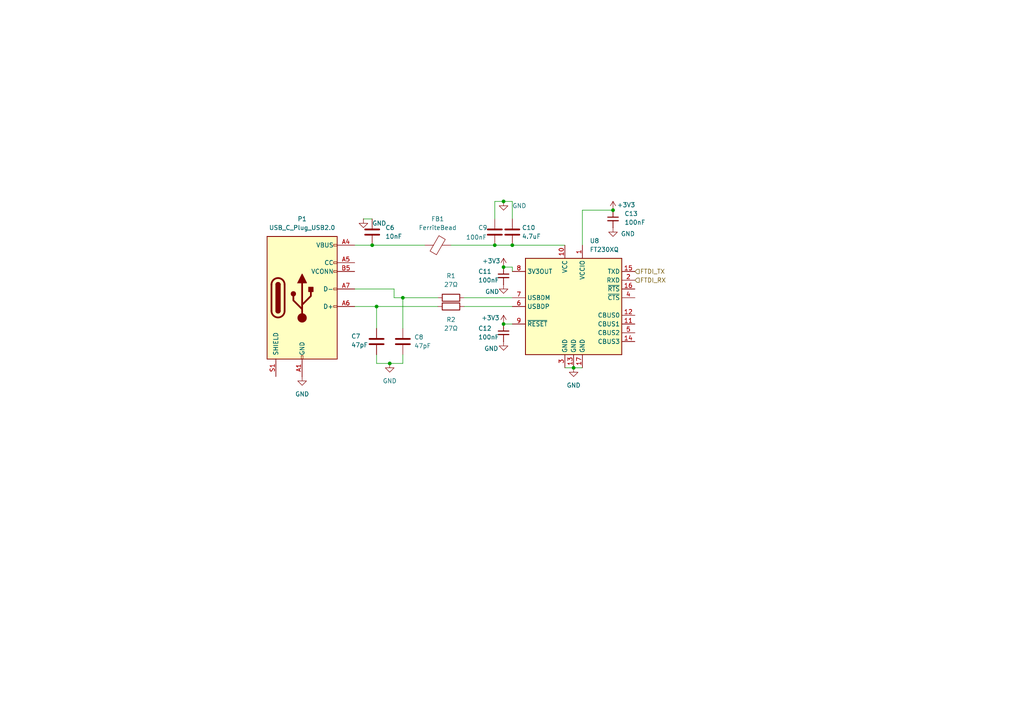
<source format=kicad_sch>
(kicad_sch (version 20250114) (generator "eeschema") (generator_version "9.0")
  (paper "A4")
  (lib_symbols
    (symbol "Connector:USB_C_Plug_USB2.0" (pin_names (offset 1.016))
      (property "Reference" "P" (at -10.16 19.05 0))
      (property "Value" "USB_C_Plug_USB2.0" (at 12.7 19.05 0))
      (symbol "USB_C_Plug_USB2.0_0_0"
        (rectangle (start -0.254 -17.78) (end 0.254 -16.764))
        (rectangle (start 10.16 15.494) (end 9.144 14.986))
        (rectangle (start 10.16 10.414) (end 9.144 9.906))
        (rectangle (start 10.16 7.874) (end 9.144 7.366))
        (rectangle (start 10.16 2.794) (end 9.144 2.286))
        (rectangle (start 10.16 -2.286) (end 9.144 -2.794))
      )
      (symbol "USB_C_Plug_USB2.0_0_1"
        (rectangle (start -10.16 17.78) (end 10.16 -17.78) (stroke (width 0.254)) (fill (type background)))
        (polyline (pts (xy -8.89 -3.81) (xy -8.89 3.81)) (stroke (width 0.508)))
        (rectangle (start -7.62 -3.81) (end -6.35 3.81) (stroke (width 0.254)) (fill (type outline)))
        (arc (start -7.62 3.81) (mid -6.985 4.4423) (end -6.35 3.81) (stroke (width 0.254)))
        (arc (start -7.62 3.81) (mid -6.985 4.4423) (end -6.35 3.81) (stroke (width 0.254)) (fill (type outline)))
        (arc (start -8.89 3.81) (mid -6.985 5.7067) (end -5.08 3.81) (stroke (width 0.508)))
        (arc (start -5.08 -3.81) (mid -6.985 -5.7067) (end -8.89 -3.81) (stroke (width 0.508)))
        (arc (start -6.35 -3.81) (mid -6.985 -4.4423) (end -7.62 -3.81) (stroke (width 0.254)))
        (arc (start -6.35 -3.81) (mid -6.985 -4.4423) (end -7.62 -3.81) (stroke (width 0.254)) (fill (type outline)))
        (polyline (pts (xy -5.08 3.81) (xy -5.08 -3.81)) (stroke (width 0.508)))
        (circle (center -2.54 1.143) (radius 0.635) (stroke (width 0.254)) (fill (type outline)))
        (polyline (pts (xy -1.27 4.318) (xy 0 6.858) (xy 1.27 4.318) (xy -1.27 4.318)) (stroke (width 0.254)) (fill (type outline)))
        (polyline (pts (xy 0 -2.032) (xy 2.54 0.508) (xy 2.54 1.778)) (stroke (width 0.508)))
        (polyline (pts (xy 0 -3.302) (xy -2.54 -0.762) (xy -2.54 0.508)) (stroke (width 0.508)))
        (polyline (pts (xy 0 -5.842) (xy 0 4.318)) (stroke (width 0.508)))
        (circle (center 0 -5.842) (radius 1.27) (fill (type outline)))
        (rectangle (start 1.905 1.778) (end 3.175 3.048) (stroke (width 0.254)) (fill (type outline)))
      )
      (symbol "USB_C_Plug_USB2.0_1_1"
        (pin passive line (at -7.62 -22.86 90) (length 5.08) (name "SHIELD") (number "S1"))
        (pin passive line (at 0 -22.86 90) (length 5.08) (name "GND") (number "A1"))
        (pin passive line (at 0 -22.86 90) (length 5.08) (hide yes) (name "GND") (number "A12"))
        (pin passive line (at 0 -22.86 90) (length 5.08) (hide yes) (name "GND") (number "B1"))
        (pin passive line (at 0 -22.86 90) (length 5.08) (hide yes) (name "GND") (number "B12"))
        (pin passive line (at 15.24 15.24 180) (length 5.08) (name "VBUS") (number "A4"))
        (pin passive line (at 15.24 15.24 180) (length 5.08) (hide yes) (name "VBUS") (number "A9"))
        (pin passive line (at 15.24 15.24 180) (length 5.08) (hide yes) (name "VBUS") (number "B4"))
        (pin passive line (at 15.24 15.24 180) (length 5.08) (hide yes) (name "VBUS") (number "B9"))
        (pin bidirectional line (at 15.24 10.16 180) (length 5.08) (name "CC") (number "A5"))
        (pin bidirectional line (at 15.24 7.62 180) (length 5.08) (name "VCONN") (number "B5"))
        (pin bidirectional line (at 15.24 2.54 180) (length 5.08) (name "D-") (number "A7"))
        (pin bidirectional line (at 15.24 -2.54 180) (length 5.08) (name "D+") (number "A6"))
      )
    )
    (symbol "Device:C" (pin_numbers (hide yes)) (pin_names (offset 0.254))
      (property "Reference" "C" (at 0.635 2.54 0))
      (property "Value" "C" (at 0.635 -2.54 0))
      (symbol "C_0_1"
        (polyline (pts (xy -2.032 0.762) (xy 2.032 0.762)) (stroke (width 0.508)))
        (polyline (pts (xy -2.032 -0.762) (xy 2.032 -0.762)) (stroke (width 0.508)))
      )
      (symbol "C_1_1"
        (pin passive line (at 0 3.81 270) (length 2.794) (name "~") (number "1"))
        (pin passive line (at 0 -3.81 90) (length 2.794) (name "~") (number "2"))
      )
    )
    (symbol "Device:C_Small" (pin_numbers (hide yes)) (pin_names (offset 0.254) (hide yes))
      (property "Reference" "C" (at 0.254 1.778 0))
      (property "Value" "C_Small" (at 0.254 -2.032 0))
      (symbol "C_Small_0_1"
        (polyline (pts (xy -1.524 0.508) (xy 1.524 0.508)) (stroke (width 0.3048)))
        (polyline (pts (xy -1.524 -0.508) (xy 1.524 -0.508)) (stroke (width 0.3302)))
      )
      (symbol "C_Small_1_1"
        (pin passive line (at 0 2.54 270) (length 2.032) (name "~") (number "1"))
        (pin passive line (at 0 -2.54 90) (length 2.032) (name "~") (number "2"))
      )
    )
    (symbol "Device:FerriteBead" (pin_numbers (hide yes)) (pin_names (offset 0))
      (property "Reference" "FB" (at -3.81 0.635 90))
      (property "Value" "FerriteBead" (at 3.81 0 90))
      (symbol "FerriteBead_0_1"
        (polyline (pts (xy -2.7686 0.4064) (xy -1.7018 2.2606) (xy 2.7686 -0.3048) (xy 1.6764 -2.159) (xy -2.7686 0.4064)))
        (polyline (pts (xy 0 1.27) (xy 0 1.2954)))
        (polyline (pts (xy 0 -1.27) (xy 0 -1.2192)))
      )
      (symbol "FerriteBead_1_1"
        (pin passive line (at 0 3.81 270) (length 2.54) (name "~") (number "1"))
        (pin passive line (at 0 -3.81 90) (length 2.54) (name "~") (number "2"))
      )
    )
    (symbol "Device:R" (pin_numbers (hide yes)) (pin_names (offset 0))
      (property "Reference" "R" (at 2.032 0 90))
      (property "Value" "R" (at 0 0 90))
      (symbol "R_0_1"
        (rectangle (start -1.016 -2.54) (end 1.016 2.54) (stroke (width 0.254)))
      )
      (symbol "R_1_1"
        (pin passive line (at 0 3.81 270) (length 1.27) (name "~") (number "1"))
        (pin passive line (at 0 -3.81 90) (length 1.27) (name "~") (number "2"))
      )
    )
    (symbol "Interface_USB:FT230XQ"
      (property "Reference" "U" (at -13.97 15.24 0))
      (property "Value" "FT230XQ" (at 7.62 15.24 0))
      (symbol "FT230XQ_0_1"
        (rectangle (start -13.97 13.97) (end 13.97 -13.97) (stroke (width 0.254)) (fill (type background)))
      )
      (symbol "FT230XQ_1_1"
        (pin power_out line (at -17.78 10.16 0) (length 3.81) (name "3V3OUT") (number "8"))
        (pin bidirectional line (at -17.78 2.54 0) (length 3.81) (name "USBDM") (number "7"))
        (pin bidirectional line (at -17.78 0 0) (length 3.81) (name "USBDP") (number "6"))
        (pin input line (at -17.78 -5.08 0) (length 3.81) (name "~{RESET}") (number "9"))
        (pin power_in line (at -2.54 17.78 270) (length 3.81) (name "VCC") (number "10"))
        (pin power_in line (at -2.54 -17.78 90) (length 3.81) (name "GND") (number "3"))
        (pin power_in line (at 0 -17.78 90) (length 3.81) (name "GND") (number "13"))
        (pin power_in line (at 2.54 17.78 270) (length 3.81) (name "VCCIO") (number "1"))
        (pin power_in line (at 2.54 -17.78 90) (length 3.81) (name "GND") (number "17"))
        (pin output line (at 17.78 10.16 180) (length 3.81) (name "TXD") (number "15"))
        (pin input line (at 17.78 7.62 180) (length 3.81) (name "RXD") (number "2"))
        (pin output line (at 17.78 5.08 180) (length 3.81) (name "~{RTS}") (number "16"))
        (pin input line (at 17.78 2.54 180) (length 3.81) (name "~{CTS}") (number "4"))
        (pin bidirectional line (at 17.78 -2.54 180) (length 3.81) (name "CBUS0") (number "12"))
        (pin bidirectional line (at 17.78 -5.08 180) (length 3.81) (name "CBUS1") (number "11"))
        (pin bidirectional line (at 17.78 -7.62 180) (length 3.81) (name "CBUS2") (number "5"))
        (pin bidirectional line (at 17.78 -10.16 180) (length 3.81) (name "CBUS3") (number "14"))
      )
    )
    (symbol "power:+3V3" (power) (pin_numbers (hide yes)) (pin_names (offset 0) (hide yes))
      (property "Value" "+3V3" (at 0 3.556 0))
      (symbol "+3V3_0_1"
        (polyline (pts (xy -0.762 1.27) (xy 0 2.54)))
        (polyline (pts (xy 0 2.54) (xy 0.762 1.27)))
        (polyline (pts (xy 0 0) (xy 0 2.54)))
      )
      (symbol "+3V3_1_1"
        (pin power_in line (at 0 0 90) (length 0) (name "~") (number "1"))
      )
    )
    (symbol "power:GND" (power) (pin_numbers (hide yes)) (pin_names (offset 0) (hide yes))
      (property "Value" "GND" (at 0 -3.81 0))
      (symbol "GND_0_1"
        (polyline (pts (xy 0 0) (xy 0 -1.27) (xy 1.27 -1.27) (xy 0 -2.54) (xy -1.27 -1.27) (xy 0 -1.27)))
      )
      (symbol "GND_1_1"
        (pin power_in line (at 0 0 270) (length 0) (name "~") (number "1"))
      )
    )
  )
  (junction (at 113.03 105.41))
  (junction (at 146.05 58.42))
  (junction (at 116.84 86.36))
  (junction (at 146.05 93.98))
  (junction (at 148.59 71.12))
  (junction (at 143.51 71.12))
  (junction (at 109.22 88.9))
  (junction (at 177.8 60.96))
  (junction (at 166.37 106.68))
  (junction (at 107.95 71.12))
  (junction (at 146.05 77.47))
  (wire (pts (xy 116.84 102.87) (xy 116.84 105.41)))
  (wire (pts (xy 109.22 105.41) (xy 113.03 105.41)))
  (wire (pts (xy 134.62 88.9) (xy 148.59 88.9)))
  (wire (pts (xy 134.62 86.36) (xy 148.59 86.36)))
  (wire (pts (xy 143.51 58.42) (xy 143.51 63.5)))
  (wire (pts (xy 105.41 63.5) (xy 107.95 63.5)))
  (wire (pts (xy 116.84 86.36) (xy 116.84 95.25)))
  (wire (pts (xy 163.83 106.68) (xy 166.37 106.68)))
  (wire (pts (xy 146.05 58.42) (xy 148.59 58.42)))
  (wire (pts (xy 146.05 93.98) (xy 148.59 93.98)))
  (wire (pts (xy 102.87 71.12) (xy 107.95 71.12)))
  (wire (pts (xy 102.87 88.9) (xy 109.22 88.9)))
  (wire (pts (xy 114.3 86.36) (xy 116.84 86.36)))
  (wire (pts (xy 116.84 86.36) (xy 127 86.36)))
  (wire (pts (xy 109.22 88.9) (xy 127 88.9)))
  (wire (pts (xy 113.03 105.41) (xy 116.84 105.41)))
  (wire (pts (xy 107.95 71.12) (xy 123.19 71.12)))
  (wire (pts (xy 102.87 83.82) (xy 114.3 83.82)))
  (wire (pts (xy 168.91 60.96) (xy 168.91 71.12)))
  (wire (pts (xy 166.37 106.68) (xy 168.91 106.68)))
  (wire (pts (xy 130.81 71.12) (xy 143.51 71.12)))
  (wire (pts (xy 143.51 58.42) (xy 146.05 58.42)))
  (wire (pts (xy 143.51 71.12) (xy 148.59 71.12)))
  (wire (pts (xy 109.22 102.87) (xy 109.22 105.41)))
  (wire (pts (xy 109.22 88.9) (xy 109.22 95.25)))
  (wire (pts (xy 148.59 77.47) (xy 148.59 78.74)))
  (wire (pts (xy 148.59 71.12) (xy 163.83 71.12)))
  (wire (pts (xy 114.3 83.82) (xy 114.3 86.36)))
  (wire (pts (xy 148.59 58.42) (xy 148.59 63.5)))
  (wire (pts (xy 177.8 60.96) (xy 168.91 60.96)))
  (wire (pts (xy 146.05 77.47) (xy 148.59 77.47)))
  (hierarchical_label "FTDI_TX" (shape input) (at 184.15 78.74 0))
  (hierarchical_label "FTDI_RX" (shape input) (at 184.15 81.28 0))
  (symbol (lib_id "Device:C_Small") (at 146.05 96.52 0) (unit 1)
    (property "Reference" "C12" (at 138.684 95.25 0) (effects (justify left)))
    (property "Value" "100nF" (at 138.684 97.79 0) (effects (justify left)))
    (property "Description" "Unpolarized capacitor, small symbol" (effects (hide yes)))
  )
  (symbol (lib_id "Device:R") (at 130.81 88.9 90) (unit 1)
    (property "Reference" "R2" (at 130.81 92.71 90))
    (property "Value" "27Ω" (at 130.81 95.25 90))
    (property "Description" "Resistor" (effects (hide yes)))
  )
  (symbol (lib_id "power:+3V3") (at 146.05 77.47 0) (unit 1)
    (property "Reference" "#PWR015" (effects (hide yes)))
    (property "Value" "+3V3" (at 142.494 75.692 0))
    (property "Description" "Power symbol creates a global label with name \"+3V3\"" (effects (hide yes)))
  )
  (symbol (lib_id "power:GND") (at 146.05 58.42 0) (unit 1)
    (property "Reference" "#PWR014" (effects (hide yes)))
    (property "Value" "GND" (at 148.59 59.6899 0) (effects (justify left)))
    (property "Description" "Power symbol creates a global label with name \"GND\" , ground" (effects (hide yes)))
  )
  (symbol (lib_id "power:+3V3") (at 146.05 93.98 0) (unit 1)
    (property "Reference" "#PWR017" (effects (hide yes)))
    (property "Value" "+3V3" (at 142.24 92.202 0))
    (property "Description" "Power symbol creates a global label with name \"+3V3\"" (effects (hide yes)))
  )
  (symbol (lib_id "Device:FerriteBead") (at 127 71.12 90) (unit 1)
    (property "Reference" "FB1" (at 126.9492 63.5 90))
    (property "Value" "FerriteBead" (at 126.9492 66.04 90))
    (property "Description" "Ferrite bead" (effects (hide yes)))
  )
  (symbol (lib_id "Device:C") (at 109.22 99.06 0) (unit 1)
    (property "Reference" "C7" (at 101.854 97.536 0) (effects (justify left)))
    (property "Value" "47pF" (at 101.854 100.076 0) (effects (justify left)))
    (property "Description" "Unpolarized capacitor" (effects (hide yes)))
  )
  (symbol (lib_id "power:GND") (at 146.05 99.06 0) (unit 1)
    (property "Reference" "#PWR019" (effects (hide yes)))
    (property "Value" "GND" (at 142.494 101.092 0))
    (property "Description" "Power symbol creates a global label with name \"GND\" , ground" (effects (hide yes)))
  )
  (symbol (lib_id "power:GND") (at 87.63 109.22 0) (unit 1)
    (property "Reference" "#PWR03" (effects (hide yes)))
    (property "Value" "GND" (at 87.63 114.3 0))
    (property "Description" "Power symbol creates a global label with name \"GND\" , ground" (effects (hide yes)))
  )
  (symbol (lib_id "power:GND") (at 105.41 63.5 0) (unit 1)
    (property "Reference" "#PWR012" (effects (hide yes)))
    (property "Value" "GND" (at 107.95 64.7699 0) (effects (justify left)))
    (property "Description" "Power symbol creates a global label with name \"GND\" , ground" (effects (hide yes)))
  )
  (symbol (lib_id "Device:C") (at 148.59 67.31 0) (unit 1)
    (property "Reference" "C10" (at 151.384 66.04 0) (effects (justify left)))
    (property "Value" "4.7uF" (at 151.384 68.58 0) (effects (justify left)))
    (property "Description" "Unpolarized capacitor" (effects (hide yes)))
  )
  (symbol (lib_id "Device:C") (at 107.95 67.31 0) (unit 1)
    (property "Reference" "C6" (at 111.76 66.0399 0) (effects (justify left)))
    (property "Value" "10nF" (at 111.76 68.5799 0) (effects (justify left)))
    (property "Description" "Unpolarized capacitor" (effects (hide yes)))
  )
  (symbol (lib_id "power:+3V3") (at 177.8 60.96 0) (unit 1)
    (property "Reference" "#PWR020" (effects (hide yes)))
    (property "Value" "+3V3" (at 181.61 59.436 0))
    (property "Description" "Power symbol creates a global label with name \"+3V3\"" (effects (hide yes)))
  )
  (symbol (lib_id "Device:C_Small") (at 177.8 63.5 0) (unit 1)
    (property "Reference" "C13" (at 181.102 61.976 0) (effects (justify left)))
    (property "Value" "100nF" (at 181.102 64.516 0) (effects (justify left)))
    (property "Description" "Unpolarized capacitor, small symbol" (effects (hide yes)))
  )
  (symbol (lib_id "power:GND") (at 177.8 66.04 0) (unit 1)
    (property "Reference" "#PWR021" (effects (hide yes)))
    (property "Value" "GND" (at 182.118 67.818 0))
    (property "Description" "Power symbol creates a global label with name \"GND\" , ground" (effects (hide yes)))
  )
  (symbol (lib_id "power:GND") (at 113.03 105.41 0) (unit 1)
    (property "Reference" "#PWR013" (effects (hide yes)))
    (property "Value" "GND" (at 113.03 110.49 0))
    (property "Description" "Power symbol creates a global label with name \"GND\" , ground" (effects (hide yes)))
  )
  (symbol (lib_id "Device:C_Small") (at 146.05 80.01 0) (unit 1)
    (property "Reference" "C11" (at 138.684 78.74 0) (effects (justify left)))
    (property "Value" "100nF" (at 138.684 81.28 0) (effects (justify left)))
    (property "Description" "Unpolarized capacitor, small symbol" (effects (hide yes)))
  )
  (symbol (lib_id "Device:C") (at 143.51 67.31 0) (unit 1)
    (property "Reference" "C9" (at 138.684 66.04 0) (effects (justify left)))
    (property "Value" "100nF" (at 135.128 68.834 0) (effects (justify left)))
    (property "Description" "Unpolarized capacitor" (effects (hide yes)))
  )
  (symbol (lib_id "Device:C") (at 116.84 99.06 0) (unit 1)
    (property "Reference" "C8" (at 120.142 97.79 0) (effects (justify left)))
    (property "Value" "47pF" (at 120.142 100.33 0) (effects (justify left)))
    (property "Description" "Unpolarized capacitor" (effects (hide yes)))
  )
  (symbol (lib_id "Interface_USB:FT230XQ") (at 166.37 88.9 0) (unit 1)
    (property "Reference" "U8" (at 171.0533 69.85 0) (effects (justify left)))
    (property "Value" "FT230XQ" (at 171.0533 72.39 0) (effects (justify left)))
    (property "Footprint" "Package_DFN_QFN:QFN-16-1EP_4x4mm_P0.65mm_EP2.1x2.1mm" (effects (hide yes)))
    (property "Datasheet" "https://ftdichip.com/wp-content/uploads/2024/05/DS_FT230X.pdf" (effects (hide yes)))
    (property "Description" "Full Speed USB to Basic UART, QFN-16" (effects (hide yes)))
  )
  (symbol (lib_id "power:GND") (at 146.05 82.55 0) (unit 1)
    (property "Reference" "#PWR018" (effects (hide yes)))
    (property "Value" "GND" (at 142.748 84.582 0))
    (property "Description" "Power symbol creates a global label with name \"GND\" , ground" (effects (hide yes)))
  )
  (symbol (lib_id "Device:R") (at 130.81 86.36 90) (unit 1)
    (property "Reference" "R1" (at 130.81 80.01 90))
    (property "Value" "27Ω" (at 130.81 82.55 90))
    (property "Description" "Resistor" (effects (hide yes)))
  )
  (symbol (lib_id "power:GND") (at 166.37 106.68 0) (unit 1)
    (property "Reference" "#PWR05" (effects (hide yes)))
    (property "Value" "GND" (at 166.37 111.76 0))
    (property "Description" "Power symbol creates a global label with name \"GND\" , ground" (effects (hide yes)))
  )
  (symbol (lib_id "Connector:USB_C_Plug_USB2.0") (at 87.63 86.36 0) (unit 1)
    (property "Reference" "P1" (at 87.63 63.5 0))
    (property "Value" "USB_C_Plug_USB2.0" (at 87.63 66.04 0))
    (property "Datasheet" "https://www.usb.org/sites/default/files/documents/usb_type-c.zip" (effects (hide yes)))
    (property "Description" "USB 2.0-only Type-C Plug connector" (effects (hide yes)))
  )
)
</source>
